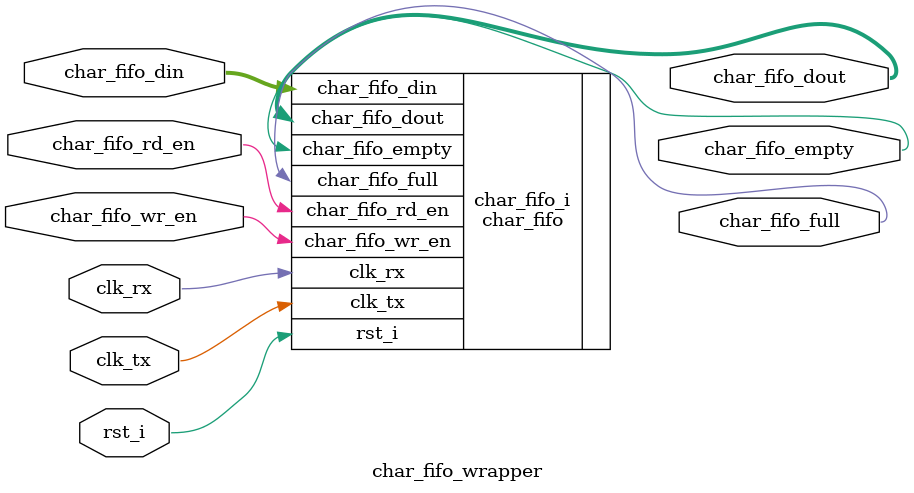
<source format=v>
`timescale 1 ps / 1 ps

module char_fifo_wrapper
   (char_fifo_din,
    char_fifo_dout,
    char_fifo_empty,
    char_fifo_full,
    char_fifo_rd_en,
    char_fifo_wr_en,
    clk_rx,
    clk_tx,
    rst_i);
  input [7:0]char_fifo_din;
  output [7:0]char_fifo_dout;
  output char_fifo_empty;
  output char_fifo_full;
  input char_fifo_rd_en;
  input char_fifo_wr_en;
  input clk_rx;
  input clk_tx;
  input rst_i;

  wire [7:0]char_fifo_din;
  wire [7:0]char_fifo_dout;
  wire char_fifo_empty;
  wire char_fifo_full;
  wire char_fifo_rd_en;
  wire char_fifo_wr_en;
  wire clk_rx;
  wire clk_tx;
  wire rst_i;

char_fifo char_fifo_i
       (.char_fifo_din(char_fifo_din),
        .char_fifo_dout(char_fifo_dout),
        .char_fifo_empty(char_fifo_empty),
        .char_fifo_full(char_fifo_full),
        .char_fifo_rd_en(char_fifo_rd_en),
        .char_fifo_wr_en(char_fifo_wr_en),
        .clk_rx(clk_rx),
        .clk_tx(clk_tx),
        .rst_i(rst_i));
endmodule

</source>
